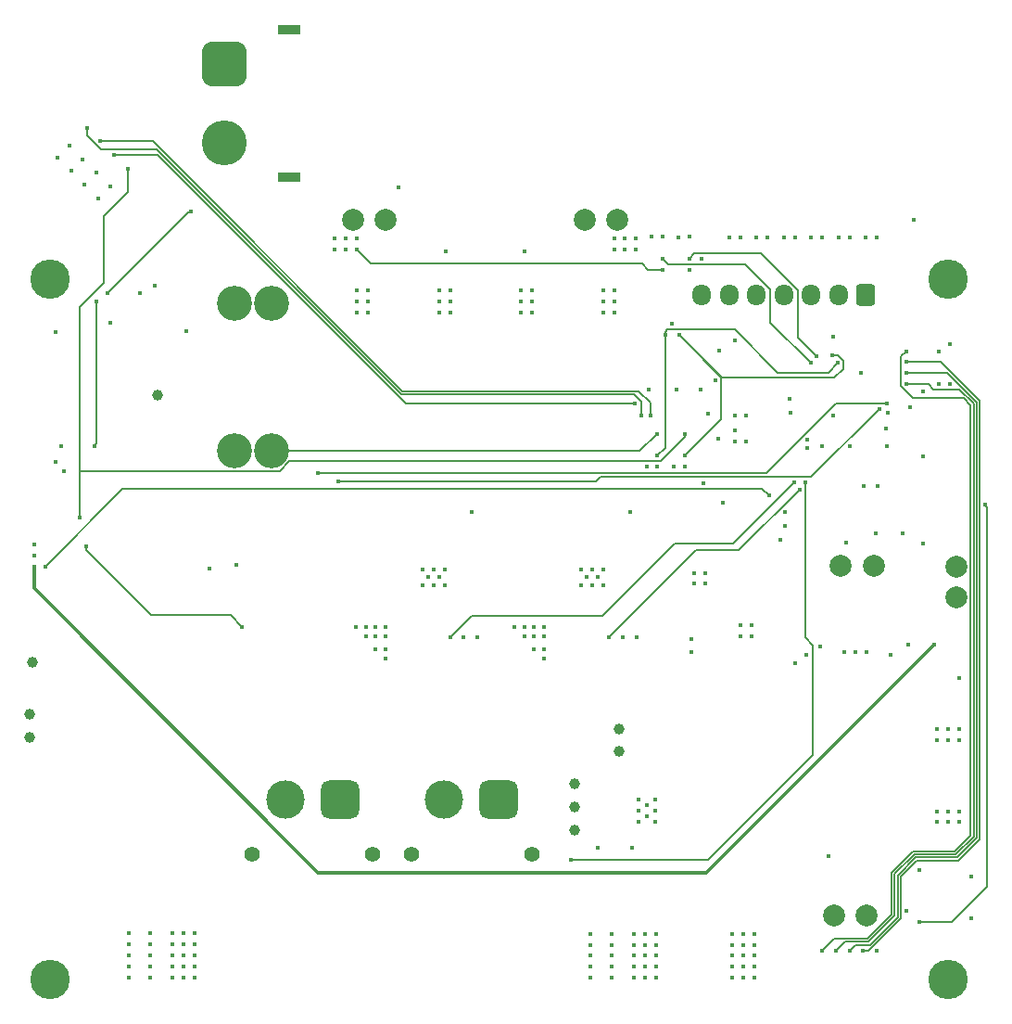
<source format=gbr>
%TF.GenerationSoftware,KiCad,Pcbnew,8.0.7*%
%TF.CreationDate,2025-03-31T23:05:00-04:00*%
%TF.ProjectId,power,706f7765-722e-46b6-9963-61645f706362,1.1*%
%TF.SameCoordinates,Original*%
%TF.FileFunction,Copper,L3,Inr*%
%TF.FilePolarity,Positive*%
%FSLAX46Y46*%
G04 Gerber Fmt 4.6, Leading zero omitted, Abs format (unit mm)*
G04 Created by KiCad (PCBNEW 8.0.7) date 2025-03-31 23:05:00*
%MOMM*%
%LPD*%
G01*
G04 APERTURE LIST*
G04 Aperture macros list*
%AMRoundRect*
0 Rectangle with rounded corners*
0 $1 Rounding radius*
0 $2 $3 $4 $5 $6 $7 $8 $9 X,Y pos of 4 corners*
0 Add a 4 corners polygon primitive as box body*
4,1,4,$2,$3,$4,$5,$6,$7,$8,$9,$2,$3,0*
0 Add four circle primitives for the rounded corners*
1,1,$1+$1,$2,$3*
1,1,$1+$1,$4,$5*
1,1,$1+$1,$6,$7*
1,1,$1+$1,$8,$9*
0 Add four rect primitives between the rounded corners*
20,1,$1+$1,$2,$3,$4,$5,0*
20,1,$1+$1,$4,$5,$6,$7,0*
20,1,$1+$1,$6,$7,$8,$9,0*
20,1,$1+$1,$8,$9,$2,$3,0*%
G04 Aperture macros list end*
%TA.AperFunction,ComponentPad*%
%ADD10C,3.200000*%
%TD*%
%TA.AperFunction,ComponentPad*%
%ADD11C,3.600000*%
%TD*%
%TA.AperFunction,ComponentPad*%
%ADD12RoundRect,0.250000X0.600000X0.725000X-0.600000X0.725000X-0.600000X-0.725000X0.600000X-0.725000X0*%
%TD*%
%TA.AperFunction,ComponentPad*%
%ADD13O,1.700000X1.950000*%
%TD*%
%TA.AperFunction,ComponentPad*%
%ADD14C,1.400000*%
%TD*%
%TA.AperFunction,ComponentPad*%
%ADD15RoundRect,0.770000X0.980000X0.980000X-0.980000X0.980000X-0.980000X-0.980000X0.980000X-0.980000X0*%
%TD*%
%TA.AperFunction,ComponentPad*%
%ADD16C,3.500000*%
%TD*%
%TA.AperFunction,ComponentPad*%
%ADD17R,2.000000X0.900000*%
%TD*%
%TA.AperFunction,ComponentPad*%
%ADD18RoundRect,1.025000X-1.025000X1.025000X-1.025000X-1.025000X1.025000X-1.025000X1.025000X1.025000X0*%
%TD*%
%TA.AperFunction,ComponentPad*%
%ADD19C,4.100000*%
%TD*%
%TA.AperFunction,ViaPad*%
%ADD20C,0.450000*%
%TD*%
%TA.AperFunction,ViaPad*%
%ADD21C,1.000000*%
%TD*%
%TA.AperFunction,ViaPad*%
%ADD22C,2.000000*%
%TD*%
%TA.AperFunction,Conductor*%
%ADD23C,0.153000*%
%TD*%
%TA.AperFunction,Conductor*%
%ADD24C,0.300000*%
%TD*%
G04 APERTURE END LIST*
D10*
%TO.N,+V_{batt_raw}*%
%TO.C,F6*%
X116200000Y-80265000D03*
X112800000Y-80265000D03*
%TO.N,+V_{batt_fused}*%
X116200000Y-93735000D03*
X112800000Y-93735000D03*
%TD*%
D11*
%TO.N,N/C*%
%TO.C,H3*%
X178000000Y-142000000D03*
%TD*%
%TO.N,N/C*%
%TO.C,H1*%
X96000000Y-78000000D03*
%TD*%
D12*
%TO.N,/input_connectors/BATT_BALANCE.CELL_6*%
%TO.C,J8*%
X170500000Y-79450000D03*
D13*
%TO.N,/input_connectors/BATT_BALANCE.CELL_5*%
X168000000Y-79450000D03*
%TO.N,/input_connectors/BATT_BALANCE.CELL_4*%
X165500000Y-79450000D03*
%TO.N,/input_connectors/BATT_BALANCE.CELL_3*%
X163000000Y-79450000D03*
%TO.N,/input_connectors/BATT_BALANCE.CELL_2*%
X160500000Y-79450000D03*
%TO.N,/input_connectors/BATT_BALANCE.CELL_1*%
X158000000Y-79450000D03*
%TO.N,Net-(J8-Pin_7)*%
X155500000Y-79450000D03*
%TD*%
D14*
%TO.N,*%
%TO.C,J5*%
X125449999Y-130550000D03*
X114449999Y-130550000D03*
D15*
%TO.N,GND*%
X122449999Y-125550000D03*
D16*
%TO.N,+BATT*%
X117449999Y-125550000D03*
%TD*%
D17*
%TO.N,*%
%TO.C,J7*%
X117850000Y-55250000D03*
X117850000Y-68750000D03*
D18*
%TO.N,GND*%
X111850000Y-58400000D03*
D19*
%TO.N,+V_{batt_raw}*%
X111850000Y-65600000D03*
%TD*%
D14*
%TO.N,*%
%TO.C,J3*%
X139950000Y-130550000D03*
X128950000Y-130550000D03*
D15*
%TO.N,GND*%
X136950000Y-125550000D03*
D16*
%TO.N,+BATT*%
X131950000Y-125550000D03*
%TD*%
D11*
%TO.N,N/C*%
%TO.C,H4*%
X178000000Y-78000000D03*
%TD*%
%TO.N,N/C*%
%TO.C,H2*%
X96000000Y-142000000D03*
%TD*%
D20*
%TO.N,GND*%
X149300000Y-138800000D03*
X108150000Y-141750000D03*
X150300000Y-137800000D03*
X109150000Y-141750000D03*
D21*
X147935000Y-119060000D03*
D20*
X151235001Y-125535001D03*
X140200000Y-109800000D03*
X160300001Y-137800000D03*
X151300000Y-138800000D03*
X166500000Y-74220000D03*
D21*
X94095000Y-119840000D03*
D20*
X179000000Y-127600001D03*
X179000000Y-120100001D03*
X166520000Y-93260000D03*
X158537500Y-91850001D03*
X171500000Y-74220000D03*
X159300000Y-141800000D03*
X126600000Y-110600000D03*
X94490001Y-103250000D03*
X139350000Y-75500000D03*
X113000001Y-104120000D03*
X124999999Y-81050000D03*
X149300000Y-139800001D03*
X179000000Y-114475001D03*
X96657359Y-66918019D03*
D21*
X94349999Y-113000000D03*
D20*
X146500000Y-106000000D03*
X150300000Y-138800000D03*
D21*
X147935000Y-121140000D03*
D20*
X146499999Y-80050000D03*
X131499999Y-79050000D03*
X138400000Y-109800000D03*
X175412500Y-132000000D03*
X159055385Y-110597484D03*
X151300000Y-141800000D03*
X96990001Y-93250000D03*
X97250000Y-95600000D03*
X96490000Y-94740000D03*
X165500000Y-74190001D03*
X132150000Y-75500000D03*
X170550000Y-112050000D03*
X139300000Y-109800000D03*
X108400000Y-82800000D03*
X126600001Y-111800000D03*
X158000000Y-74190001D03*
X131500000Y-105250000D03*
X156100000Y-90300000D03*
X160300000Y-139800000D03*
X179000000Y-126600001D03*
X124800000Y-110600000D03*
X149109999Y-129900000D03*
X139999999Y-80050000D03*
X139300000Y-110600000D03*
X141100000Y-110600000D03*
X174200000Y-135690000D03*
X177000000Y-119100000D03*
X94520000Y-102250000D03*
X108150000Y-139750001D03*
X140000000Y-79050000D03*
X151900000Y-74140001D03*
X150485002Y-126035001D03*
X149550000Y-110759999D03*
X159300000Y-138800000D03*
X171500000Y-139350000D03*
X159300000Y-140800000D03*
X123999999Y-81050000D03*
X138999999Y-79050000D03*
X132499999Y-80050000D03*
X178000000Y-126600001D03*
X163650000Y-90250000D03*
X150900000Y-74170000D03*
X177000000Y-126600000D03*
X159050000Y-109600001D03*
X171400000Y-101249999D03*
X158557500Y-90500000D03*
X138999999Y-80050000D03*
X97894796Y-68155456D03*
X140200000Y-111800000D03*
X99132233Y-69392893D03*
X133750000Y-110759999D03*
X96450000Y-82862500D03*
D21*
X143900002Y-124090000D03*
D20*
X138999999Y-81050000D03*
X110500000Y-104412499D03*
X131999999Y-106000000D03*
X158300000Y-139800001D03*
X149300000Y-137800000D03*
X107150000Y-141750000D03*
X147499999Y-81050000D03*
X154400000Y-74140001D03*
X126600000Y-109800000D03*
X177000000Y-120100000D03*
X151235000Y-127535001D03*
X123900000Y-109800000D03*
X160300000Y-141800000D03*
X108150000Y-137750000D03*
X154800000Y-104849999D03*
X154540001Y-112100000D03*
X131499999Y-80050000D03*
X107150000Y-140750000D03*
X130500001Y-105250000D03*
X153399999Y-74190001D03*
X149735000Y-127535001D03*
X170500000Y-74190001D03*
X146499999Y-79050000D03*
X158510589Y-83660589D03*
X147499999Y-80050000D03*
X132499999Y-81050000D03*
X155800000Y-104850000D03*
D21*
X143900002Y-128289999D03*
D20*
X125700000Y-110600000D03*
X155800000Y-105850000D03*
X150650000Y-88080000D03*
X141100001Y-112700000D03*
X124999999Y-80050000D03*
X160050000Y-109600000D03*
X155500000Y-76190001D03*
X132000000Y-104500000D03*
D21*
X94095000Y-117760000D03*
D20*
X131002516Y-104505385D03*
X151300000Y-140800000D03*
X145990000Y-129900000D03*
X172800000Y-112330000D03*
X160500000Y-74190001D03*
X149000000Y-99259999D03*
X107150000Y-139750000D03*
X163120000Y-100550000D03*
X165050000Y-112350000D03*
X158557500Y-92850000D03*
X160300000Y-140800000D03*
X108150000Y-140749999D03*
X149735000Y-126535001D03*
X179000000Y-119100001D03*
D21*
X143900002Y-126200000D03*
D20*
X175750000Y-88325000D03*
X134500000Y-99259999D03*
X140200000Y-110600000D03*
X141100000Y-111800000D03*
X157403482Y-98414285D03*
X125000000Y-79050000D03*
X178000000Y-119100001D03*
X135000000Y-110759999D03*
X108150000Y-138750000D03*
X159000000Y-74220000D03*
X169000000Y-74220000D03*
X132500000Y-79050000D03*
X109150000Y-139750000D03*
X150300000Y-140800000D03*
X151300000Y-139800000D03*
X177000000Y-127600000D03*
X148250000Y-110759999D03*
X158300000Y-137800000D03*
X146499999Y-81050000D03*
X151450000Y-95159999D03*
X145502516Y-104505386D03*
X141100000Y-109799999D03*
X144500000Y-104499999D03*
X169060000Y-93260000D03*
X154570000Y-110850000D03*
X167550000Y-90500000D03*
X152800000Y-82100000D03*
X164000000Y-74210000D03*
X152950000Y-95130000D03*
X109150000Y-138750000D03*
X178000000Y-127600001D03*
X109150000Y-137750000D03*
X175750000Y-94250000D03*
D21*
X105750000Y-88599999D03*
D20*
X131499999Y-81050000D03*
X161500000Y-74220000D03*
X146000000Y-105250000D03*
X158300000Y-140799999D03*
X153950000Y-95159999D03*
X156773223Y-87278858D03*
X104191284Y-79300000D03*
X123999999Y-80050000D03*
X126600001Y-112700000D03*
X144500000Y-106000001D03*
X167090001Y-130700000D03*
X130000000Y-106000000D03*
X145500000Y-106000000D03*
X162700000Y-101857949D03*
X168550000Y-112050000D03*
X124800000Y-109800000D03*
X163000000Y-74190001D03*
X150300000Y-141800000D03*
X139999999Y-81050000D03*
X147500000Y-79050000D03*
X160300000Y-138800000D03*
X149300000Y-140799999D03*
X109150000Y-140750000D03*
X105525000Y-78600000D03*
X168000000Y-74190001D03*
X146500000Y-104500000D03*
X145000000Y-105249999D03*
X125700000Y-109800000D03*
X159300000Y-137800000D03*
X125700000Y-111799999D03*
X174900002Y-72600000D03*
X167550000Y-83300000D03*
X150485000Y-127035001D03*
X150450000Y-95130000D03*
X149300000Y-141800000D03*
X150300000Y-139800000D03*
X166290000Y-111580000D03*
X101476284Y-82030000D03*
X159300000Y-139800000D03*
X160055385Y-110597484D03*
X155389411Y-88139411D03*
X151300001Y-137800000D03*
X107150000Y-137750000D03*
X164040001Y-113100000D03*
X178000000Y-120100001D03*
X149734999Y-125535001D03*
X169550000Y-112050000D03*
X130000000Y-104500000D03*
X100369670Y-70630330D03*
X157126777Y-84521142D03*
X107150000Y-138750000D03*
X123999999Y-79050000D03*
X151229614Y-126537517D03*
X131000001Y-106000000D03*
X170040001Y-86600000D03*
X158300000Y-138800000D03*
X154800000Y-105850000D03*
X158300000Y-141800000D03*
X155635715Y-96646518D03*
%TO.N,/mcu/NRST*%
X163550000Y-89000000D03*
%TO.N,+5V_LOCAL*%
X174400000Y-111400000D03*
X153200000Y-88100000D03*
%TO.N,+3.3V_LOCAL*%
X178159999Y-87600000D03*
X174509999Y-89750000D03*
X172450000Y-93250000D03*
D22*
X178800000Y-104300000D03*
D20*
X163090001Y-99300000D03*
X175737500Y-102200000D03*
X178159999Y-84000000D03*
X159517500Y-92850000D03*
X180100000Y-136350000D03*
X159517500Y-90500000D03*
X157050000Y-92625000D03*
%TO.N,+BATT*%
X103060624Y-67939376D03*
X98700000Y-99800000D03*
X153950000Y-92204525D03*
%TO.N,~{PB}*%
X108850000Y-71850000D03*
X101201284Y-79300000D03*
X127800000Y-69650000D03*
D22*
%TO.N,Net-(C29-Pad2)*%
X144812500Y-72600000D03*
%TO.N,Net-(C30-Pad2)*%
X126650000Y-72600000D03*
D20*
%TO.N,+3.3V_LOCAL_ALWAYS_ON*%
X176700000Y-111400000D03*
X94490001Y-104250000D03*
%TO.N,/mcu/BATT_PRE*%
X151450000Y-94140000D03*
X167950000Y-85700000D03*
X152150000Y-83150000D03*
%TO.N,Net-(D2-A)*%
X98955456Y-67094796D03*
%TO.N,Net-(D3-A)*%
X97718019Y-65857359D03*
%TO.N,Net-(D4-A)*%
X100192893Y-68332233D03*
%TO.N,Net-(D5-A)*%
X101430330Y-69569670D03*
%TO.N,/mcu/BATT_POST*%
X153450000Y-83150000D03*
X153950000Y-94140001D03*
X167450000Y-85000000D03*
%TO.N,/mcu/PWR_BTN_~{INT}*%
X120400000Y-95700000D03*
X172400000Y-89350000D03*
%TO.N,/mcu/5v0*%
X154400001Y-76150000D03*
X165950000Y-85050000D03*
%TO.N,/mcu/3v3*%
X165450000Y-85700000D03*
X151900000Y-76140002D03*
%TO.N,+V_{batt_fused}*%
X100226284Y-80040000D03*
X100009999Y-93250001D03*
X151450000Y-92140002D03*
%TO.N,/power_protection/GATE*%
X113500000Y-109750000D03*
X99250000Y-102400000D03*
%TO.N,+5V*%
X149500000Y-75300000D03*
X145300000Y-139800001D03*
X103150000Y-139750001D03*
X148500000Y-74300000D03*
X103150000Y-137750000D03*
X148500000Y-75300000D03*
X145300000Y-138800000D03*
X147500000Y-74299999D03*
X103150000Y-140749999D03*
X154400001Y-77179999D03*
X103150000Y-141750000D03*
X149500000Y-74300000D03*
X145300000Y-137800000D03*
X103150000Y-138750000D03*
X145300000Y-141800000D03*
D22*
X147787500Y-72600000D03*
D20*
X145300000Y-140799999D03*
X147499999Y-75300000D03*
%TO.N,+3.3V*%
X147300000Y-140799999D03*
X147300000Y-139800001D03*
X124000000Y-75300000D03*
X151900000Y-77160000D03*
X147300000Y-138800000D03*
X147300000Y-141800000D03*
X123000000Y-75300000D03*
X147300000Y-137800000D03*
X105150000Y-137750000D03*
X105150000Y-138750000D03*
D22*
X123675000Y-72600000D03*
D20*
X124000000Y-74300000D03*
X105150000Y-139750001D03*
X123000000Y-74300000D03*
X121999999Y-75300000D03*
X105150000Y-141750000D03*
X105150000Y-140749999D03*
X122000000Y-74299999D03*
%TO.N,/mcu/SWDIO*%
X171600000Y-96900000D03*
%TO.N,/mcu/SWCLK*%
X170330000Y-96900000D03*
%TO.N,/mcu/LED_SHUTDOWN_ACK_PWR*%
X101810624Y-66689376D03*
X173862500Y-101250000D03*
X149350000Y-89350000D03*
X168700000Y-102100000D03*
%TO.N,/mcu/LED_GREEN*%
X150800000Y-90500000D03*
X100560624Y-65439376D03*
%TO.N,/mcu/LED_RED*%
X149950000Y-90500000D03*
X99360624Y-64239376D03*
%TO.N,/mcu/LOAD_SW_PGOOD*%
X161650000Y-97800000D03*
X95510000Y-104250000D03*
%TO.N,/mcu/PWR_~{KILL}*%
X171750000Y-89850000D03*
X122300000Y-96500000D03*
%TO.N,/mcu/PWR_5v0_EN*%
X164450000Y-97250000D03*
X146999999Y-110759999D03*
%TO.N,/mcu/PWR_3v3_EN*%
X163950000Y-96600000D03*
X132500000Y-110759999D03*
%TO.N,/mcu/RX*%
X172300000Y-91650000D03*
X177140001Y-87600000D03*
%TO.N,/mcu/TX*%
X177140001Y-84600000D03*
X172500000Y-90200000D03*
%TO.N,/mcu/DOTSTAR_MOSI*%
X165150000Y-93450000D03*
%TO.N,/mcu/DOTSTAR_SCK*%
X165150000Y-92650000D03*
%TO.N,Net-(BZ1-+)*%
X180100000Y-132550000D03*
%TO.N,/mcu/BUZZER*%
X175350000Y-136710000D03*
X181400000Y-98650000D03*
D22*
%TO.N,Net-(C44-Pad1)*%
X168200000Y-104200000D03*
%TO.N,Net-(JP2-B)*%
X178800000Y-107100000D03*
%TO.N,Net-(JP3-A)*%
X171200000Y-104200000D03*
D20*
%TO.N,Net-(J6-Pin_1)*%
X166500000Y-139350000D03*
X174209999Y-84600000D03*
%TO.N,Net-(J6-Pin_3)*%
X169000000Y-139350000D03*
X174209999Y-86600000D03*
%TO.N,Net-(J6-Pin_4)*%
X174209999Y-85600000D03*
X170250000Y-139350000D03*
%TO.N,Net-(J6-Pin_2)*%
X167750000Y-139350000D03*
X174209999Y-87600000D03*
D22*
%TO.N,Net-(C22-Pad1)*%
X170537500Y-136100000D03*
%TO.N,+12V*%
X167562500Y-136100000D03*
D20*
%TO.N,/mcu/PWR_12v0_EN*%
X164950000Y-96600000D03*
X143590000Y-131050000D03*
%TD*%
D23*
%TO.N,+BATT*%
X98700000Y-95550000D02*
X98700000Y-95850000D01*
X153950000Y-92204525D02*
X153950000Y-92450000D01*
X98700000Y-95850000D02*
X98700000Y-80550000D01*
X98700000Y-80550000D02*
X100850000Y-78400000D01*
X98711500Y-95538500D02*
X98700000Y-95550000D01*
X100850000Y-78400000D02*
X100850000Y-72250000D01*
X116947035Y-95538500D02*
X98711500Y-95538500D01*
X151750000Y-94650000D02*
X117835535Y-94650000D01*
X103060624Y-70039376D02*
X103060624Y-67939376D01*
X100850000Y-72250000D02*
X103060624Y-70039376D01*
X117835535Y-94650000D02*
X116947035Y-95538500D01*
X153950000Y-92450000D02*
X151750000Y-94650000D01*
X98700000Y-99800000D02*
X98700000Y-95850000D01*
%TO.N,~{PB}*%
X105681784Y-74819500D02*
X101201284Y-79300000D01*
X108651284Y-71850000D02*
X108850000Y-71850000D01*
X105681784Y-74819500D02*
X108651284Y-71850000D01*
D24*
%TO.N,+3.3V_LOCAL_ALWAYS_ON*%
X176700000Y-111400000D02*
X155900000Y-132200000D01*
X155900000Y-132200000D02*
X120450000Y-132200000D01*
X120450000Y-132200000D02*
X94490001Y-106240001D01*
X94490001Y-106240001D02*
X94490001Y-104250000D01*
D23*
%TO.N,/mcu/BATT_PRE*%
X151450000Y-94140000D02*
X152150000Y-93440000D01*
X158500000Y-82650000D02*
X162450000Y-86600000D01*
X162450000Y-86600000D02*
X167050000Y-86600000D01*
X167050000Y-86600000D02*
X167950000Y-85700000D01*
X152150000Y-82825001D02*
X152325001Y-82650000D01*
X152150000Y-93440000D02*
X152150000Y-83150000D01*
X152325001Y-82650000D02*
X158500000Y-82650000D01*
X152150000Y-83150000D02*
X152150000Y-82825001D01*
%TO.N,/mcu/BATT_POST*%
X153450000Y-83150000D02*
X157330000Y-87030000D01*
X157300000Y-87000000D02*
X153450000Y-83150000D01*
X157300000Y-90790001D02*
X157300000Y-87000000D01*
X157330000Y-87030000D02*
X167620000Y-87030000D01*
X167929530Y-85000000D02*
X167450000Y-85000000D01*
X153950000Y-94140001D02*
X157300000Y-90790001D01*
X168430500Y-86219500D02*
X168430500Y-85500970D01*
X168430500Y-85500970D02*
X167929530Y-85000000D01*
X167620000Y-87030000D02*
X168430500Y-86219500D01*
%TO.N,/mcu/PWR_BTN_~{INT}*%
X120400000Y-95700000D02*
X161420470Y-95700000D01*
X167770470Y-89350000D02*
X172400000Y-89350000D01*
X161420470Y-95700000D02*
X167770470Y-89350000D01*
%TO.N,/mcu/5v0*%
X154400001Y-76150000D02*
X154840500Y-75709501D01*
X164250000Y-79085126D02*
X164250000Y-83350000D01*
X164250000Y-83350000D02*
X165950000Y-85050000D01*
X154840500Y-75709501D02*
X160874375Y-75709501D01*
X160874375Y-75709501D02*
X164250000Y-79085126D01*
%TO.N,/mcu/3v3*%
X165450000Y-85700000D02*
X161750000Y-82000000D01*
X159470501Y-76670501D02*
X152430499Y-76670501D01*
X152430499Y-76670501D02*
X151900000Y-76140002D01*
X161750000Y-78950000D02*
X159470501Y-76670501D01*
X161750000Y-82000000D02*
X161750000Y-78950000D01*
%TO.N,+V_{batt_fused}*%
X116200000Y-93735000D02*
X149855002Y-93735000D01*
X149855002Y-93735000D02*
X151450000Y-92140002D01*
X100226284Y-80040000D02*
X100226284Y-93033716D01*
X100226284Y-93033716D02*
X100009999Y-93250001D01*
%TO.N,/power_protection/GATE*%
X105200000Y-108700000D02*
X112450000Y-108700000D01*
X99250000Y-102400000D02*
X99250000Y-102750000D01*
X112450000Y-108700000D02*
X113500000Y-109750000D01*
X99250000Y-102750000D02*
X105200000Y-108700000D01*
%TO.N,+3.3V*%
X124000000Y-75300000D02*
X125300000Y-76600000D01*
X150050000Y-76600000D02*
X150610000Y-77160000D01*
X125300000Y-76600000D02*
X150050000Y-76600000D01*
X150610000Y-77160000D02*
X151900000Y-77160000D01*
%TO.N,/mcu/LED_SHUTDOWN_ACK_PWR*%
X128458040Y-89350000D02*
X105797416Y-66689376D01*
X149350000Y-89350000D02*
X128458040Y-89350000D01*
X105797416Y-66689376D02*
X101810624Y-66689376D01*
%TO.N,/mcu/LED_GREEN*%
X128170000Y-88270000D02*
X149770000Y-88270000D01*
X149770000Y-88270000D02*
X150800000Y-89300000D01*
X100560624Y-65439376D02*
X105339376Y-65439376D01*
X105339376Y-65439376D02*
X128170000Y-88270000D01*
X150800000Y-89300000D02*
X150800000Y-90500000D01*
%TO.N,/mcu/LED_RED*%
X149950000Y-89200000D02*
X149300000Y-88550000D01*
X100650594Y-66208876D02*
X99360624Y-64918906D01*
X149300000Y-88550000D02*
X128054020Y-88550000D01*
X149950000Y-90500000D02*
X149950000Y-89200000D01*
X99360624Y-64918906D02*
X99360624Y-64239376D01*
X128054020Y-88550000D02*
X105712896Y-66208876D01*
X105712896Y-66208876D02*
X100650594Y-66208876D01*
%TO.N,/mcu/LOAD_SW_PGOOD*%
X161000000Y-97150000D02*
X161650000Y-97800000D01*
X95510000Y-104250000D02*
X102610000Y-97150000D01*
X102610000Y-97150000D02*
X161000000Y-97150000D01*
%TO.N,/mcu/PWR_~{KILL}*%
X145830000Y-96500000D02*
X122300000Y-96500000D01*
X171750000Y-89850000D02*
X165500000Y-96100000D01*
X165500000Y-96100000D02*
X146230000Y-96100000D01*
X146230000Y-96100000D02*
X145830000Y-96500000D01*
%TO.N,/mcu/PWR_5v0_EN*%
X154959998Y-102800000D02*
X146999999Y-110759999D01*
X158900000Y-102800000D02*
X154959998Y-102800000D01*
X164450000Y-97250000D02*
X158900000Y-102800000D01*
%TO.N,/mcu/PWR_3v3_EN*%
X158350000Y-102200000D02*
X153000000Y-102200000D01*
X153000000Y-102200000D02*
X146450000Y-108750000D01*
X146450000Y-108750000D02*
X134509999Y-108750000D01*
X134509999Y-108750000D02*
X132500000Y-110759999D01*
X163950000Y-96600000D02*
X158350000Y-102200000D01*
%TO.N,/mcu/BUZZER*%
X181400000Y-98700000D02*
X181400000Y-98650000D01*
X178340000Y-136710000D02*
X181550000Y-133500000D01*
X175350000Y-136710000D02*
X178340000Y-136710000D01*
X181550000Y-98850000D02*
X181400000Y-98700000D01*
X181550000Y-133500000D02*
X181550000Y-98850000D01*
%TO.N,Net-(J6-Pin_1)*%
X179410000Y-88900000D02*
X174830469Y-88900000D01*
X172842010Y-136020050D02*
X172842010Y-132220050D01*
X167610000Y-138240000D02*
X170622060Y-138240000D01*
X174830469Y-88900000D02*
X173729499Y-87799030D01*
X172842010Y-132220050D02*
X174802060Y-130260000D01*
X178602060Y-130260000D02*
X180060000Y-128802060D01*
X170622060Y-138240000D02*
X172842010Y-136020050D01*
X173729499Y-85080500D02*
X174209999Y-84600000D01*
X173729499Y-87799030D02*
X173729499Y-85080500D01*
X174802060Y-130260000D02*
X178602060Y-130260000D01*
X180060000Y-89550000D02*
X179410000Y-88900000D01*
X166500000Y-139350000D02*
X167610000Y-138240000D01*
X180060000Y-128802060D02*
X180060000Y-89550000D01*
%TO.N,Net-(J6-Pin_3)*%
X169550000Y-138800000D02*
X170854020Y-138800000D01*
X175034020Y-130820000D02*
X178834020Y-130820000D01*
X180620000Y-89284020D02*
X177935980Y-86600000D01*
X173402010Y-136252010D02*
X173402010Y-132452010D01*
X173402010Y-132452010D02*
X175034020Y-130820000D01*
X177935980Y-86600000D02*
X174209999Y-86600000D01*
X178834020Y-130820000D02*
X180620000Y-129034020D01*
X170854020Y-138800000D02*
X173402010Y-136252010D01*
X169000000Y-139350000D02*
X169550000Y-138800000D01*
X180620000Y-129034020D02*
X180620000Y-89284020D01*
%TO.N,Net-(J6-Pin_4)*%
X170250000Y-139350000D02*
X170700000Y-139350000D01*
X177331960Y-85600000D02*
X174209999Y-85600000D01*
X175150000Y-131100000D02*
X178950000Y-131100000D01*
X178950000Y-131100000D02*
X180900000Y-129150000D01*
X173700000Y-136350000D02*
X173700000Y-132550000D01*
X180900000Y-129150000D02*
X180900000Y-89168040D01*
X180900000Y-89168040D02*
X177331960Y-85600000D01*
X170700000Y-139350000D02*
X173700000Y-136350000D01*
X173700000Y-132550000D02*
X175150000Y-131100000D01*
%TO.N,Net-(J6-Pin_2)*%
X180340000Y-128918040D02*
X180340000Y-89400000D01*
X168580000Y-138520000D02*
X170738040Y-138520000D01*
X178718040Y-130540000D02*
X180340000Y-128918040D01*
X173122010Y-132336030D02*
X174918040Y-130540000D01*
X167750000Y-139350000D02*
X168580000Y-138520000D01*
X170738040Y-138520000D02*
X173122010Y-136136030D01*
X174918040Y-130540000D02*
X178718040Y-130540000D01*
X176193530Y-87600000D02*
X174209999Y-87600000D01*
X173122010Y-136136030D02*
X173122010Y-132336030D01*
X180340000Y-89400000D02*
X179020500Y-88080500D01*
X176674030Y-88080500D02*
X176193530Y-87600000D01*
X179020500Y-88080500D02*
X176674030Y-88080500D01*
%TO.N,/mcu/PWR_12v0_EN*%
X164950000Y-110750000D02*
X165650000Y-111450000D01*
X165650000Y-111450000D02*
X165650000Y-121500000D01*
X165650000Y-121500000D02*
X156100000Y-131050000D01*
X164950000Y-96600000D02*
X164950000Y-110750000D01*
X156100000Y-131050000D02*
X143590000Y-131050000D01*
%TD*%
M02*

</source>
